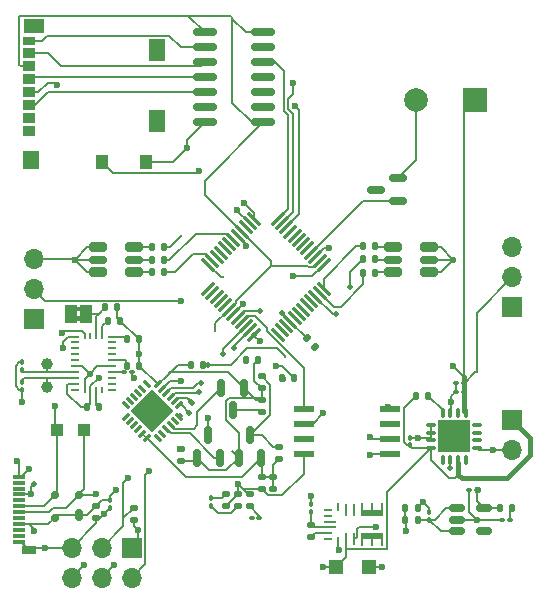
<source format=gbr>
%TF.GenerationSoftware,KiCad,Pcbnew,8.0.5*%
%TF.CreationDate,2024-10-25T00:02:52-07:00*%
%TF.ProjectId,Vanguard_new,56616e67-7561-4726-945f-6e65772e6b69,rev?*%
%TF.SameCoordinates,Original*%
%TF.FileFunction,Copper,L1,Top*%
%TF.FilePolarity,Positive*%
%FSLAX46Y46*%
G04 Gerber Fmt 4.6, Leading zero omitted, Abs format (unit mm)*
G04 Created by KiCad (PCBNEW 8.0.5) date 2024-10-25 00:02:52*
%MOMM*%
%LPD*%
G01*
G04 APERTURE LIST*
G04 Aperture macros list*
%AMRoundRect*
0 Rectangle with rounded corners*
0 $1 Rounding radius*
0 $2 $3 $4 $5 $6 $7 $8 $9 X,Y pos of 4 corners*
0 Add a 4 corners polygon primitive as box body*
4,1,4,$2,$3,$4,$5,$6,$7,$8,$9,$2,$3,0*
0 Add four circle primitives for the rounded corners*
1,1,$1+$1,$2,$3*
1,1,$1+$1,$4,$5*
1,1,$1+$1,$6,$7*
1,1,$1+$1,$8,$9*
0 Add four rect primitives between the rounded corners*
20,1,$1+$1,$2,$3,$4,$5,0*
20,1,$1+$1,$4,$5,$6,$7,0*
20,1,$1+$1,$6,$7,$8,$9,0*
20,1,$1+$1,$8,$9,$2,$3,0*%
%AMRotRect*
0 Rectangle, with rotation*
0 The origin of the aperture is its center*
0 $1 length*
0 $2 width*
0 $3 Rotation angle, in degrees counterclockwise*
0 Add horizontal line*
21,1,$1,$2,0,0,$3*%
G04 Aperture macros list end*
%TA.AperFunction,EtchedComponent*%
%ADD10C,0.000000*%
%TD*%
%TA.AperFunction,ComponentPad*%
%ADD11O,1.700000X1.700000*%
%TD*%
%TA.AperFunction,ComponentPad*%
%ADD12R,1.700000X1.700000*%
%TD*%
%TA.AperFunction,SMDPad,CuDef*%
%ADD13R,1.000000X1.000000*%
%TD*%
%TA.AperFunction,SMDPad,CuDef*%
%ADD14RoundRect,0.135000X-0.135000X-0.185000X0.135000X-0.185000X0.135000X0.185000X-0.135000X0.185000X0*%
%TD*%
%TA.AperFunction,SMDPad,CuDef*%
%ADD15RoundRect,0.100000X0.100000X-0.130000X0.100000X0.130000X-0.100000X0.130000X-0.100000X-0.130000X0*%
%TD*%
%TA.AperFunction,SMDPad,CuDef*%
%ADD16RoundRect,0.135000X0.185000X-0.135000X0.185000X0.135000X-0.185000X0.135000X-0.185000X-0.135000X0*%
%TD*%
%TA.AperFunction,SMDPad,CuDef*%
%ADD17RoundRect,0.100000X-0.130000X-0.100000X0.130000X-0.100000X0.130000X0.100000X-0.130000X0.100000X0*%
%TD*%
%TA.AperFunction,SMDPad,CuDef*%
%ADD18RoundRect,0.150000X0.150000X-0.587500X0.150000X0.587500X-0.150000X0.587500X-0.150000X-0.587500X0*%
%TD*%
%TA.AperFunction,SMDPad,CuDef*%
%ADD19R,1.000000X0.380000*%
%TD*%
%TA.AperFunction,SMDPad,CuDef*%
%ADD20R,1.150000X0.700000*%
%TD*%
%TA.AperFunction,SMDPad,CuDef*%
%ADD21RoundRect,0.135000X-0.185000X0.135000X-0.185000X-0.135000X0.185000X-0.135000X0.185000X0.135000X0*%
%TD*%
%TA.AperFunction,SMDPad,CuDef*%
%ADD22RoundRect,0.147500X-0.147500X-0.172500X0.147500X-0.172500X0.147500X0.172500X-0.147500X0.172500X0*%
%TD*%
%TA.AperFunction,SMDPad,CuDef*%
%ADD23RoundRect,0.075000X0.521491X-0.415425X-0.415425X0.521491X-0.521491X0.415425X0.415425X-0.521491X0*%
%TD*%
%TA.AperFunction,SMDPad,CuDef*%
%ADD24RoundRect,0.075000X0.521491X0.415425X0.415425X0.521491X-0.521491X-0.415425X-0.415425X-0.521491X0*%
%TD*%
%TA.AperFunction,ComponentPad*%
%ADD25C,1.000000*%
%TD*%
%TA.AperFunction,SMDPad,CuDef*%
%ADD26RoundRect,0.100000X0.130000X0.100000X-0.130000X0.100000X-0.130000X-0.100000X0.130000X-0.100000X0*%
%TD*%
%TA.AperFunction,SMDPad,CuDef*%
%ADD27RoundRect,0.135000X0.135000X0.185000X-0.135000X0.185000X-0.135000X-0.185000X0.135000X-0.185000X0*%
%TD*%
%TA.AperFunction,HeatsinkPad*%
%ADD28C,0.500000*%
%TD*%
%TA.AperFunction,HeatsinkPad*%
%ADD29R,2.700000X2.700000*%
%TD*%
%TA.AperFunction,SMDPad,CuDef*%
%ADD30RoundRect,0.087500X-0.325000X0.087500X-0.325000X-0.087500X0.325000X-0.087500X0.325000X0.087500X0*%
%TD*%
%TA.AperFunction,SMDPad,CuDef*%
%ADD31RoundRect,0.087500X-0.087500X0.325000X-0.087500X-0.325000X0.087500X-0.325000X0.087500X0.325000X0*%
%TD*%
%TA.AperFunction,SMDPad,CuDef*%
%ADD32RoundRect,0.072500X0.782500X0.217500X-0.782500X0.217500X-0.782500X-0.217500X0.782500X-0.217500X0*%
%TD*%
%TA.AperFunction,SMDPad,CuDef*%
%ADD33RoundRect,0.100000X-0.100000X0.130000X-0.100000X-0.130000X0.100000X-0.130000X0.100000X0.130000X0*%
%TD*%
%TA.AperFunction,SMDPad,CuDef*%
%ADD34RoundRect,0.150000X-0.512500X-0.150000X0.512500X-0.150000X0.512500X0.150000X-0.512500X0.150000X0*%
%TD*%
%TA.AperFunction,SMDPad,CuDef*%
%ADD35RoundRect,0.160000X0.565000X0.240000X-0.565000X0.240000X-0.565000X-0.240000X0.565000X-0.240000X0*%
%TD*%
%TA.AperFunction,SMDPad,CuDef*%
%ADD36RoundRect,0.120000X0.605000X0.180000X-0.605000X0.180000X-0.605000X-0.180000X0.605000X-0.180000X0*%
%TD*%
%TA.AperFunction,SMDPad,CuDef*%
%ADD37R,1.200000X1.200000*%
%TD*%
%TA.AperFunction,SMDPad,CuDef*%
%ADD38R,1.950000X0.600000*%
%TD*%
%TA.AperFunction,SMDPad,CuDef*%
%ADD39R,0.700000X0.250000*%
%TD*%
%TA.AperFunction,SMDPad,CuDef*%
%ADD40R,1.100000X0.250000*%
%TD*%
%TA.AperFunction,SMDPad,CuDef*%
%ADD41R,0.250000X0.700000*%
%TD*%
%TA.AperFunction,SMDPad,CuDef*%
%ADD42R,0.250000X1.100000*%
%TD*%
%TA.AperFunction,SMDPad,CuDef*%
%ADD43R,0.250000X0.800000*%
%TD*%
%TA.AperFunction,SMDPad,CuDef*%
%ADD44RoundRect,0.135000X0.226274X0.035355X0.035355X0.226274X-0.226274X-0.035355X-0.035355X-0.226274X0*%
%TD*%
%TA.AperFunction,SMDPad,CuDef*%
%ADD45R,1.000000X1.500000*%
%TD*%
%TA.AperFunction,SMDPad,CuDef*%
%ADD46R,1.800000X1.170000*%
%TD*%
%TA.AperFunction,SMDPad,CuDef*%
%ADD47R,1.350000X1.900000*%
%TD*%
%TA.AperFunction,SMDPad,CuDef*%
%ADD48R,1.350000X1.550000*%
%TD*%
%TA.AperFunction,SMDPad,CuDef*%
%ADD49R,1.000000X1.200000*%
%TD*%
%TA.AperFunction,SMDPad,CuDef*%
%ADD50R,1.100000X0.750000*%
%TD*%
%TA.AperFunction,SMDPad,CuDef*%
%ADD51R,1.100000X0.850000*%
%TD*%
%TA.AperFunction,SMDPad,CuDef*%
%ADD52RoundRect,0.160000X-0.565000X-0.240000X0.565000X-0.240000X0.565000X0.240000X-0.565000X0.240000X0*%
%TD*%
%TA.AperFunction,SMDPad,CuDef*%
%ADD53RoundRect,0.120000X-0.605000X-0.180000X0.605000X-0.180000X0.605000X0.180000X-0.605000X0.180000X0*%
%TD*%
%TA.AperFunction,ComponentPad*%
%ADD54C,2.000000*%
%TD*%
%TA.AperFunction,ComponentPad*%
%ADD55R,2.000000X2.000000*%
%TD*%
%TA.AperFunction,SMDPad,CuDef*%
%ADD56RoundRect,0.175000X0.175000X0.325000X-0.175000X0.325000X-0.175000X-0.325000X0.175000X-0.325000X0*%
%TD*%
%TA.AperFunction,SMDPad,CuDef*%
%ADD57RoundRect,0.150000X0.200000X0.150000X-0.200000X0.150000X-0.200000X-0.150000X0.200000X-0.150000X0*%
%TD*%
%TA.AperFunction,SMDPad,CuDef*%
%ADD58RoundRect,0.062500X-0.291682X0.203293X0.203293X-0.291682X0.291682X-0.203293X-0.203293X0.291682X0*%
%TD*%
%TA.AperFunction,SMDPad,CuDef*%
%ADD59RoundRect,0.062500X-0.291682X-0.203293X-0.203293X-0.291682X0.291682X0.203293X0.203293X0.291682X0*%
%TD*%
%TA.AperFunction,HeatsinkPad*%
%ADD60RotRect,2.600000X2.600000X315.000000*%
%TD*%
%TA.AperFunction,SMDPad,CuDef*%
%ADD61R,0.675000X0.250000*%
%TD*%
%TA.AperFunction,SMDPad,CuDef*%
%ADD62R,0.250000X0.575000*%
%TD*%
%TA.AperFunction,SMDPad,CuDef*%
%ADD63RoundRect,0.150000X-0.150000X0.587500X-0.150000X-0.587500X0.150000X-0.587500X0.150000X0.587500X0*%
%TD*%
%TA.AperFunction,SMDPad,CuDef*%
%ADD64RoundRect,0.150000X0.587500X0.150000X-0.587500X0.150000X-0.587500X-0.150000X0.587500X-0.150000X0*%
%TD*%
%TA.AperFunction,SMDPad,CuDef*%
%ADD65RoundRect,0.150000X-0.825000X-0.150000X0.825000X-0.150000X0.825000X0.150000X-0.825000X0.150000X0*%
%TD*%
%TA.AperFunction,ViaPad*%
%ADD66C,0.600000*%
%TD*%
%TA.AperFunction,ViaPad*%
%ADD67C,0.500000*%
%TD*%
%TA.AperFunction,ViaPad*%
%ADD68C,0.300000*%
%TD*%
%TA.AperFunction,Conductor*%
%ADD69C,0.400000*%
%TD*%
%TA.AperFunction,Conductor*%
%ADD70C,0.200000*%
%TD*%
G04 APERTURE END LIST*
D10*
%TA.AperFunction,EtchedComponent*%
%TO.C,ADR1*%
G36*
X342062500Y-7862500D02*
G01*
X341562500Y-7862500D01*
X341562500Y-7462500D01*
X342062500Y-7462500D01*
X342062500Y-7862500D01*
G37*
%TD.AperFunction*%
%TA.AperFunction,EtchedComponent*%
G36*
X342062500Y-8662500D02*
G01*
X341562500Y-8662500D01*
X341562500Y-8262500D01*
X342062500Y-8262500D01*
X342062500Y-8662500D01*
G37*
%TD.AperFunction*%
%TD*%
D11*
%TO.P,J6,2,Pin_2*%
%TO.N,GND*%
X378459520Y-19590063D03*
D12*
%TO.P,J6,1,Pin_1*%
%TO.N,VBUS_out*%
X378459520Y-17050063D03*
%TD*%
D13*
%TO.P,TP2,1,1*%
%TO.N,Net-(D1-I{slash}O2)*%
X340000000Y-17907491D03*
%TD*%
%TO.P,TP1,1,1*%
%TO.N,Net-(D1-I{slash}O1)*%
X342298854Y-17907491D03*
%TD*%
D12*
%TO.P,J2,1,Pin_1*%
%TO.N,RST*%
X346298854Y-27867491D03*
D11*
%TO.P,J2,2,Pin_2*%
%TO.N,Net-(J2-Pin_2)*%
X346298854Y-30407491D03*
%TO.P,J2,3,Pin_3*%
%TO.N,Net-(J2-Pin_3)*%
X343758854Y-27867491D03*
%TO.P,J2,4,Pin_4*%
%TO.N,UPDI*%
X343758854Y-30407491D03*
%TO.P,J2,5,Pin_5*%
%TO.N,GND*%
X341218854Y-27867491D03*
%TO.P,J2,6,Pin_6*%
%TO.N,Net-(J2-Pin_6)*%
X341218854Y-30407491D03*
%TD*%
D14*
%TO.P,R16,2*%
%TO.N,GND*%
X370500000Y-24500000D03*
%TO.P,R16,1*%
%TO.N,Net-(U5-FB)*%
X369480002Y-24500000D03*
%TD*%
D15*
%TO.P,C4,2*%
%TO.N,GND*%
X361500000Y-24180000D03*
%TO.P,C4,1*%
%TO.N,Net-(U5-VIN)*%
X361500000Y-24820000D03*
%TD*%
D16*
%TO.P,R7,1*%
%TO.N,RST*%
X357298854Y-14377490D03*
%TO.P,R7,2*%
%TO.N,UPDI*%
X357298854Y-13357492D03*
%TD*%
%TO.P,R11,1*%
%TO.N,RST*%
X350500000Y-20509999D03*
%TO.P,R11,2*%
%TO.N,Net-(J2-Pin_6)*%
X350500000Y-19490001D03*
%TD*%
D17*
%TO.P,D5,2,A*%
%TO.N,Net-(D5-A)*%
X378320000Y-25500000D03*
%TO.P,D5,1,K*%
%TO.N,GND*%
X377680000Y-25500000D03*
%TD*%
D18*
%TO.P,Q1,1,G*%
%TO.N,RST*%
X355348854Y-20242491D03*
%TO.P,Q1,2,S*%
%TO.N,/RX_UPDI*%
X357248854Y-20242491D03*
%TO.P,Q1,3,D*%
%TO.N,UPDI*%
X356298854Y-18367491D03*
%TD*%
D14*
%TO.P,R13,1*%
%TO.N,RST*%
X351298854Y-12367491D03*
%TO.P,R13,2*%
%TO.N,TX0*%
X352318852Y-12367491D03*
%TD*%
D17*
%TO.P,D2,2,A*%
%TO.N,Net-(D2-A)*%
X357118854Y-25367491D03*
%TO.P,D2,1,K*%
%TO.N,Net-(D2-K)*%
X356478854Y-25367491D03*
%TD*%
D19*
%TO.P,J1,A1,GND*%
%TO.N,GND*%
X336798854Y-27367491D03*
%TO.P,J1,A2*%
%TO.N,N/C*%
X336798854Y-26867491D03*
%TO.P,J1,A3*%
X336798854Y-26367491D03*
%TO.P,J1,A4,VBUS*%
%TO.N,VBUS_out*%
X336798854Y-25867491D03*
%TO.P,J1,A5,CC*%
%TO.N,unconnected-(J1-CC-PadA5)*%
X336798854Y-25367491D03*
%TO.P,J1,A6,D+*%
%TO.N,Net-(D1-I{slash}O1)*%
X336798854Y-24867491D03*
%TO.P,J1,A7,D-*%
%TO.N,Net-(D1-I{slash}O2)*%
X336798854Y-24367491D03*
%TO.P,J1,A8*%
%TO.N,N/C*%
X336798854Y-23867491D03*
%TO.P,J1,A9,VBUS*%
%TO.N,VBUS_out*%
X336798854Y-23367491D03*
%TO.P,J1,A10*%
%TO.N,N/C*%
X336798854Y-22867491D03*
%TO.P,J1,A11*%
X336798854Y-22367491D03*
%TO.P,J1,A12,GND*%
%TO.N,GND*%
X336798854Y-21867491D03*
D20*
%TO.P,J1,S1,SHIELD*%
X337638854Y-28037491D03*
%TD*%
D17*
%TO.P,C7,1*%
%TO.N,Net-(U6-CAP)*%
X345662500Y-13040000D03*
%TO.P,C7,2*%
%TO.N,GND*%
X346302500Y-13040000D03*
%TD*%
D21*
%TO.P,R5,2*%
%TO.N,/RX_UPDI*%
X358298854Y-22877490D03*
%TO.P,R5,1*%
X358298854Y-21857492D03*
%TD*%
%TO.P,R1,2*%
%TO.N,GND*%
X343298854Y-25377491D03*
%TO.P,R1,1*%
%TO.N,VBUS_out*%
X343298854Y-24357491D03*
%TD*%
D14*
%TO.P,R21,1*%
%TO.N,RST*%
X358990000Y-13500000D03*
%TO.P,R21,2*%
%TO.N,SDA*%
X360010000Y-13500000D03*
%TD*%
%TO.P,R24,1*%
%TO.N,RST*%
X342500000Y-16000000D03*
%TO.P,R24,2*%
%TO.N,Net-(U6-~{BOOT})*%
X343519998Y-16000000D03*
%TD*%
D22*
%TO.P,L1,2,2*%
%TO.N,Net-(L1-Pad2)*%
X371382399Y-15005582D03*
%TO.P,L1,1,1*%
%TO.N,VBUS_out*%
X370412399Y-15005582D03*
%TD*%
D23*
%TO.P,U2,1,PA5*%
%TO.N,unconnected-(U2-PA5-Pad1)*%
X358671573Y-9828427D03*
%TO.P,U2,2,PA6*%
%TO.N,unconnected-(U2-PA6-Pad2)*%
X359025127Y-9474873D03*
%TO.P,U2,3,PA7*%
%TO.N,unconnected-(U2-PA7-Pad3)*%
X359378680Y-9121320D03*
%TO.P,U2,4,PB0*%
%TO.N,SCL*%
X359732234Y-8767766D03*
%TO.P,U2,5,PB1*%
%TO.N,unconnected-(U2-PB1-Pad5)*%
X360085787Y-8414213D03*
%TO.P,U2,6,PB2*%
%TO.N,unconnected-(U2-PB2-Pad6)*%
X360439340Y-8060660D03*
%TO.P,U2,7,PB3*%
%TO.N,unconnected-(U2-PB3-Pad7)*%
X360792894Y-7707106D03*
%TO.P,U2,8,PB4*%
%TO.N,TX0*%
X361146447Y-7353553D03*
%TO.P,U2,9,PB5*%
%TO.N,RX0*%
X361500000Y-7000000D03*
%TO.P,U2,10,PC0*%
%TO.N,STAR_RED*%
X361853554Y-6646446D03*
%TO.P,U2,11,PC1*%
%TO.N,STAR_GREEN*%
X362207107Y-6292893D03*
%TO.P,U2,12,PC2*%
%TO.N,STAR_BLUE*%
X362560661Y-5939339D03*
D24*
%TO.P,U2,13,PC3*%
%TO.N,PORT_SERVO*%
X362560661Y-3941763D03*
%TO.P,U2,14,VCC*%
%TO.N,RST*%
X362207107Y-3588209D03*
%TO.P,U2,15,GND*%
%TO.N,GND*%
X361853554Y-3234656D03*
%TO.P,U2,16,PC4*%
%TO.N,BUZZER*%
X361500000Y-2881102D03*
%TO.P,U2,17,PC5*%
%TO.N,unconnected-(U2-PC5-Pad17)*%
X361146447Y-2527549D03*
%TO.P,U2,18,PC6*%
%TO.N,unconnected-(U2-PC6-Pad18)*%
X360792894Y-2173996D03*
%TO.P,U2,19,PC7*%
%TO.N,unconnected-(U2-PC7-Pad19)*%
X360439340Y-1820442D03*
%TO.P,U2,20,PD0*%
%TO.N,unconnected-(U2-PD0-Pad20)*%
X360085787Y-1466889D03*
%TO.P,U2,21,PD1*%
%TO.N,unconnected-(U2-PD1-Pad21)*%
X359732234Y-1113336D03*
%TO.P,U2,22,PD2*%
%TO.N,D5*%
X359378680Y-759782D03*
%TO.P,U2,23,PD3*%
%TO.N,D4*%
X359025127Y-406229D03*
%TO.P,U2,24,PD4*%
%TO.N,D6*%
X358671573Y-52675D03*
D23*
%TO.P,U2,25,PD5*%
%TO.N,D7*%
X356673997Y-52675D03*
%TO.P,U2,26,PD6*%
%TO.N,CD*%
X356320443Y-406229D03*
%TO.P,U2,27,PD7*%
%TO.N,unconnected-(U2-PD7-Pad27)*%
X355966890Y-759782D03*
%TO.P,U2,28,AVCC*%
%TO.N,RST*%
X355613336Y-1113336D03*
%TO.P,U2,29,GND*%
%TO.N,GND*%
X355259783Y-1466889D03*
%TO.P,U2,30,PE0*%
%TO.N,PORT_RED*%
X354906230Y-1820442D03*
%TO.P,U2,31,PE1*%
%TO.N,unconnected-(U2-PE1-Pad31)*%
X354552676Y-2173996D03*
%TO.P,U2,32,PE2*%
%TO.N,unconnected-(U2-PE2-Pad32)*%
X354199123Y-2527549D03*
%TO.P,U2,33,PE3*%
%TO.N,unconnected-(U2-PE3-Pad33)*%
X353845570Y-2881102D03*
%TO.P,U2,34,PF0*%
%TO.N,PORT_GREEN*%
X353492016Y-3234656D03*
%TO.P,U2,35,PF1*%
%TO.N,PORT_BLUE*%
X353138463Y-3588209D03*
%TO.P,U2,36,PF2*%
%TO.N,STAR_SERVO*%
X352784909Y-3941763D03*
D24*
%TO.P,U2,37,PF3*%
%TO.N,unconnected-(U2-PF3-Pad37)*%
X352784909Y-5939339D03*
%TO.P,U2,38,PF4*%
%TO.N,unconnected-(U2-PF4-Pad38)*%
X353138463Y-6292893D03*
%TO.P,U2,39,PF5*%
%TO.N,unconnected-(U2-PF5-Pad39)*%
X353492016Y-6646446D03*
%TO.P,U2,40,PF6/~{RESET}*%
%TO.N,unconnected-(U2-PF6{slash}~{RESET}-Pad40)*%
X353845570Y-7000000D03*
%TO.P,U2,41,UPDI*%
%TO.N,UPDI*%
X354199123Y-7353553D03*
%TO.P,U2,42,VCC*%
%TO.N,RST*%
X354552676Y-7707106D03*
%TO.P,U2,43,GND*%
%TO.N,GND*%
X354906230Y-8060660D03*
%TO.P,U2,44,PA0*%
%TO.N,PA0{slash}MISO*%
X355259783Y-8414213D03*
%TO.P,U2,45,PA1*%
%TO.N,PA1{slash}MOSI*%
X355613336Y-8767766D03*
%TO.P,U2,46,PA2*%
%TO.N,PA2{slash}SCK*%
X355966890Y-9121320D03*
%TO.P,U2,47,PA3*%
%TO.N,PA3{slash}SS*%
X356320443Y-9474873D03*
%TO.P,U2,48,PA4*%
%TO.N,SDA*%
X356673997Y-9828427D03*
%TD*%
D25*
%TO.P,Y1,1,1*%
%TO.N,Net-(U6-XOUT32{slash}CLKSEL1)*%
X339162500Y-12340000D03*
%TO.P,Y1,2,2*%
%TO.N,Net-(U6-XIN32)*%
X339162500Y-14240000D03*
%TD*%
D26*
%TO.P,C10,2*%
%TO.N,GND*%
X373759380Y-13944923D03*
%TO.P,C10,1*%
%TO.N,+5V*%
X374399380Y-13944923D03*
%TD*%
D14*
%TO.P,R18,1*%
%TO.N,Net-(U6-~{RST})*%
X345930000Y-12457500D03*
%TO.P,R18,2*%
%TO.N,RST*%
X346950000Y-12457500D03*
%TD*%
D27*
%TO.P,R23,1*%
%TO.N,RST*%
X345092500Y-7490000D03*
%TO.P,R23,2*%
%TO.N,Net-(ADR1-B)*%
X344072500Y-7490000D03*
%TD*%
D14*
%TO.P,R26,2*%
%TO.N,Net-(STARBOARD_RGB1-RA)*%
X366934999Y-3430000D03*
%TO.P,R26,1*%
%TO.N,STAR_RED*%
X365915001Y-3430000D03*
%TD*%
D16*
%TO.P,R10,1*%
%TO.N,RST*%
X354250000Y-24379999D03*
%TO.P,R10,2*%
%TO.N,Net-(D3-K)*%
X354250000Y-23360001D03*
%TD*%
D11*
%TO.P,J4,3,Pin_3*%
%TO.N,GND*%
X378500000Y-2445001D03*
%TO.P,J4,2,Pin_2*%
%TO.N,+5V*%
X378500000Y-4985000D03*
D12*
%TO.P,J4,1,Pin_1*%
%TO.N,STAR_SERVO*%
X378500000Y-7525000D03*
%TD*%
D11*
%TO.P,J5,3,Pin_3*%
%TO.N,GND*%
X338000000Y-3460001D03*
%TO.P,J5,2,Pin_2*%
%TO.N,+5V*%
X338000000Y-6000000D03*
D12*
%TO.P,J5,1,Pin_1*%
%TO.N,PORT_SERVO*%
X338000000Y-8540000D03*
%TD*%
D14*
%TO.P,R29,2*%
%TO.N,PORT_RED*%
X349000000Y-3500000D03*
%TO.P,R29,1*%
%TO.N,Net-(PORTSIDE_RGB1-RA)*%
X347980002Y-3500000D03*
%TD*%
D28*
%TO.P,U8,17,PAD*%
%TO.N,unconnected-(U8-PAD-Pad17)*%
X372494733Y-19550000D03*
X374694733Y-19550000D03*
X373594733Y-19549999D03*
X372494734Y-18450000D03*
D29*
X373594733Y-18450000D03*
D28*
X373594733Y-18450000D03*
X374694732Y-18450000D03*
X373594733Y-17350001D03*
X372494733Y-17350000D03*
X374694733Y-17350000D03*
D30*
%TO.P,U8,16,VOUT*%
%TO.N,unconnected-(U8-VOUT-Pad16)*%
X375557233Y-17475000D03*
%TO.P,U8,15,VOUT*%
%TO.N,unconnected-(U8-VOUT-Pad15)*%
X375557233Y-18125000D03*
%TO.P,U8,14,FB*%
%TO.N,unconnected-(U8-FB-Pad14)*%
X375557233Y-18775000D03*
%TO.P,U8,13,GND*%
%TO.N,GND*%
X375557233Y-19425000D03*
D31*
%TO.P,U8,12,LBO*%
%TO.N,unconnected-(U8-LBO-Pad12)*%
X374569733Y-20412500D03*
%TO.P,U8,11,EN*%
%TO.N,VBUS_out*%
X373919733Y-20412500D03*
%TO.P,U8,10,SYNC*%
%TO.N,GND*%
X373269733Y-20412500D03*
%TO.P,U8,9,LBI*%
%TO.N,unconnected-(U8-LBI-Pad9)*%
X372619733Y-20412500D03*
D30*
%TO.P,U8,8,VBAT*%
%TO.N,VBUS_out*%
X371632233Y-19425000D03*
%TO.P,U8,7,PGND*%
%TO.N,GND*%
X371632233Y-18775000D03*
%TO.P,U8,6,PGND*%
X371632233Y-18125000D03*
%TO.P,U8,5,PGND*%
X371632233Y-17475000D03*
D31*
%TO.P,U8,4,SW*%
%TO.N,Net-(L1-Pad2)*%
X372619733Y-16487500D03*
%TO.P,U8,3,SW*%
%TO.N,GND*%
X373269733Y-16487500D03*
%TO.P,U8,2,NC*%
%TO.N,unconnected-(U8-NC-Pad2)*%
X373919733Y-16487500D03*
%TO.P,U8,1,VOUT*%
%TO.N,+5V*%
X374569733Y-16487500D03*
%TD*%
D15*
%TO.P,C2,1*%
%TO.N,Net-(U6-XOUT32{slash}CLKSEL1)*%
X337000000Y-12820000D03*
%TO.P,C2,2*%
%TO.N,GND*%
X337000000Y-12180000D03*
%TD*%
D27*
%TO.P,R9,1*%
%TO.N,RST*%
X357009999Y-12000000D03*
%TO.P,R9,2*%
%TO.N,Net-(D2-K)*%
X355990001Y-12000000D03*
%TD*%
D32*
%TO.P,U3,8,VCC*%
%TO.N,RST*%
X360870000Y-19905000D03*
%TO.P,U3,7,~{HOLD}*%
%TO.N,unconnected-(U3-~{HOLD}-Pad7)*%
X360870000Y-18635000D03*
%TO.P,U3,6,SCK*%
%TO.N,PA2{slash}SCK*%
X360870000Y-17365000D03*
%TO.P,U3,5,SI(SIO)*%
%TO.N,PA1{slash}MOSI*%
X360870000Y-16095000D03*
%TO.P,U3,4,GND*%
%TO.N,GND*%
X368130000Y-16095000D03*
%TO.P,U3,3,~{WP}*%
%TO.N,unconnected-(U3-~{WP}-Pad3)*%
X368130000Y-17365000D03*
%TO.P,U3,2,SO(SOI)*%
%TO.N,PA0{slash}MISO*%
X368130000Y-18635000D03*
%TO.P,U3,1,~{CS}*%
%TO.N,PA3{slash}SS*%
X368130000Y-19905000D03*
%TD*%
D14*
%TO.P,R17,2*%
%TO.N,Net-(D5-A)*%
X378509999Y-24500000D03*
%TO.P,R17,1*%
%TO.N,RST*%
X377490001Y-24500000D03*
%TD*%
D16*
%TO.P,R6,2*%
%TO.N,/RX_UPDI*%
X357298854Y-21857492D03*
%TO.P,R6,1*%
%TO.N,RST*%
X357298854Y-22877490D03*
%TD*%
D15*
%TO.P,C8,2*%
%TO.N,GND*%
X369836739Y-18574670D03*
%TO.P,C8,1*%
%TO.N,VBUS_out*%
X369836739Y-19214670D03*
%TD*%
D33*
%TO.P,D3,1,K*%
%TO.N,Net-(D3-K)*%
X353000000Y-23680000D03*
%TO.P,D3,2,A*%
%TO.N,Net-(D3-A)*%
X353000000Y-24320000D03*
%TD*%
D34*
%TO.P,U4,5,VOUT*%
%TO.N,RST*%
X376137500Y-24550001D03*
%TO.P,U4,4,NC*%
%TO.N,unconnected-(U4-NC-Pad4)*%
X376137500Y-26449999D03*
%TO.P,U4,3,EN*%
%TO.N,Net-(U4-EN)*%
X373862500Y-26449999D03*
%TO.P,U4,2,GND*%
%TO.N,GND*%
X373862500Y-25500000D03*
%TO.P,U4,1,VIN*%
%TO.N,Net-(U4-EN)*%
X373862500Y-24550001D03*
%TD*%
D33*
%TO.P,C3,1*%
%TO.N,Net-(U6-XIN32)*%
X337000000Y-13860000D03*
%TO.P,C3,2*%
%TO.N,GND*%
X337000000Y-14500000D03*
%TD*%
D21*
%TO.P,R12,1*%
%TO.N,RST*%
X357298854Y-15357491D03*
%TO.P,R12,2*%
%TO.N,RX0*%
X357298854Y-16377491D03*
%TD*%
D35*
%TO.P,PORTSIDE_RGB1,6,BK*%
%TO.N,GND*%
X343475000Y-4550000D03*
D36*
%TO.P,PORTSIDE_RGB1,5,RK*%
X343475000Y-3500000D03*
D35*
%TO.P,PORTSIDE_RGB1,4,GK*%
X343475000Y-2450000D03*
%TO.P,PORTSIDE_RGB1,3,GA*%
%TO.N,Net-(PORTSIDE_RGB1-GA)*%
X346525000Y-2450000D03*
D36*
%TO.P,PORTSIDE_RGB1,2,RA*%
%TO.N,Net-(PORTSIDE_RGB1-RA)*%
X346525000Y-3500000D03*
D35*
%TO.P,PORTSIDE_RGB1,1,BA*%
%TO.N,Net-(PORTSIDE_RGB1-BA)*%
X346525000Y-4550000D03*
%TD*%
D14*
%TO.P,R25,2*%
%TO.N,Net-(STARBOARD_RGB1-BA)*%
X366934999Y-2320000D03*
%TO.P,R25,1*%
%TO.N,STAR_BLUE*%
X365915001Y-2320000D03*
%TD*%
D37*
%TO.P,D6,2,A*%
%TO.N,VBUS_out*%
X363600001Y-29500000D03*
%TO.P,D6,1,K*%
%TO.N,GND*%
X366399999Y-29500000D03*
%TD*%
D14*
%TO.P,R19,1*%
%TO.N,Net-(U6-ENV_SCL)*%
X345910000Y-10227500D03*
%TO.P,R19,2*%
%TO.N,RST*%
X346930000Y-10227500D03*
%TD*%
D38*
%TO.P,U5,20*%
%TO.N,N/C*%
X366610000Y-24910000D03*
%TO.P,U5,19*%
X366610000Y-26910000D03*
D39*
%TO.P,U5,18*%
X362910000Y-27160000D03*
%TO.P,U5,17,EN*%
%TO.N,Net-(U5-EN)*%
X362909999Y-26660000D03*
D40*
%TO.P,U5,16,VIN*%
%TO.N,Net-(U5-VIN)*%
X363110000Y-26160000D03*
%TO.P,U5,15*%
%TO.N,N/C*%
X363110000Y-25660000D03*
D39*
%TO.P,U5,14*%
X362909999Y-25160000D03*
%TO.P,U5,13*%
X362910000Y-24660000D03*
D41*
%TO.P,U5,12*%
X363810000Y-24460000D03*
D42*
%TO.P,U5,11,BST*%
%TO.N,unconnected-(U5-BST-Pad11)*%
X364459999Y-24660000D03*
%TO.P,U5,10*%
%TO.N,N/C*%
X365110000Y-24660000D03*
D41*
%TO.P,U5,9*%
X365760000Y-24460000D03*
%TO.P,U5,8*%
X366610000Y-24460000D03*
%TO.P,U5,7*%
X367460000Y-24460000D03*
%TO.P,U5,6*%
X367460000Y-27360000D03*
%TO.P,U5,5*%
X366610000Y-27360000D03*
%TO.P,U5,4*%
X365760000Y-27360000D03*
D42*
%TO.P,U5,3,AGND*%
%TO.N,GND*%
X365110000Y-27160000D03*
%TO.P,U5,2,VCC*%
%TO.N,VBUS_out*%
X364459999Y-27160000D03*
D43*
%TO.P,U5,1,FB*%
%TO.N,Net-(U5-FB)*%
X363810000Y-27310000D03*
%TD*%
D44*
%TO.P,R22,2*%
%TO.N,SCL*%
X361139376Y-10139376D03*
%TO.P,R22,1*%
%TO.N,RST*%
X361860624Y-10860624D03*
%TD*%
D14*
%TO.P,R27,2*%
%TO.N,Net-(STARBOARD_RGB1-GA)*%
X366934999Y-4580000D03*
%TO.P,R27,1*%
%TO.N,STAR_GREEN*%
X365915001Y-4580000D03*
%TD*%
%TO.P,R28,2*%
%TO.N,PORT_BLUE*%
X349000000Y-4520000D03*
%TO.P,R28,1*%
%TO.N,Net-(PORTSIDE_RGB1-BA)*%
X347980002Y-4520000D03*
%TD*%
D21*
%TO.P,R14,2*%
%TO.N,Net-(U5-EN)*%
X361500000Y-27010000D03*
%TO.P,R14,1*%
%TO.N,Net-(U5-VIN)*%
X361500000Y-25990000D03*
%TD*%
D14*
%TO.P,R30,2*%
%TO.N,PORT_GREEN*%
X349010000Y-2450001D03*
%TO.P,R30,1*%
%TO.N,Net-(PORTSIDE_RGB1-GA)*%
X347990002Y-2450001D03*
%TD*%
D33*
%TO.P,C1,2*%
%TO.N,GND*%
X344500000Y-24475000D03*
%TO.P,C1,1*%
%TO.N,VBUS_out*%
X344500000Y-23835000D03*
%TD*%
D14*
%TO.P,R20,1*%
%TO.N,Net-(U6-ENV_SDA)*%
X344312500Y-8640000D03*
%TO.P,R20,2*%
%TO.N,RST*%
X345332500Y-8640000D03*
%TD*%
D45*
%TO.P,ADR1,1,A*%
%TO.N,GND*%
X341162500Y-8062500D03*
%TO.P,ADR1,2,B*%
%TO.N,Net-(ADR1-B)*%
X342462500Y-8062500D03*
%TD*%
D26*
%TO.P,C9,2*%
%TO.N,GND*%
X373759380Y-14652029D03*
%TO.P,C9,1*%
%TO.N,+5V*%
X374399380Y-14652029D03*
%TD*%
D46*
%TO.P,J3,11*%
%TO.N,N/C*%
X337987500Y16255000D03*
D47*
X348462500Y14230000D03*
X348462500Y8260000D03*
D48*
X337762500Y4935000D03*
D49*
%TO.P,J3,10,SHIELD*%
%TO.N,GND*%
X347487500Y4760000D03*
%TO.P,J3,9,DET*%
%TO.N,CD*%
X343787500Y4760000D03*
D50*
%TO.P,J3,8,DAT1*%
%TO.N,Net-(J3-DAT1)*%
X337637500Y15045000D03*
D51*
%TO.P,J3,7,DAT0*%
%TO.N,Net-(J3-DAT0)*%
X337637500Y13995000D03*
%TO.P,J3,6,VSS*%
%TO.N,RST*%
X337637500Y12895000D03*
%TO.P,J3,5,CLK*%
%TO.N,Net-(J3-CLK)*%
X337637500Y11795000D03*
%TO.P,J3,4,VDD*%
%TO.N,GND*%
X337637500Y10695000D03*
%TO.P,J3,3,CMD*%
%TO.N,Net-(J3-CMD)*%
X337637500Y9594999D03*
%TO.P,J3,2,DAT3/CD*%
%TO.N,unconnected-(J3-DAT3{slash}CD-Pad2)*%
X337637500Y8495000D03*
%TO.P,J3,1,DAT2*%
%TO.N,unconnected-(J3-DAT2-Pad1)*%
X337637500Y7394999D03*
%TD*%
D52*
%TO.P,STARBOARD_RGB1,6,BK*%
%TO.N,GND*%
X371500000Y-2450000D03*
D53*
%TO.P,STARBOARD_RGB1,5,RK*%
X371500000Y-3500000D03*
D52*
%TO.P,STARBOARD_RGB1,4,GK*%
X371500000Y-4550000D03*
%TO.P,STARBOARD_RGB1,3,GA*%
%TO.N,Net-(STARBOARD_RGB1-GA)*%
X368450000Y-4550000D03*
D53*
%TO.P,STARBOARD_RGB1,2,RA*%
%TO.N,Net-(STARBOARD_RGB1-RA)*%
X368450000Y-3500000D03*
D52*
%TO.P,STARBOARD_RGB1,1,BA*%
%TO.N,Net-(STARBOARD_RGB1-BA)*%
X368450000Y-2450000D03*
%TD*%
D54*
%TO.P,BZ1,2,-*%
%TO.N,Net-(BZ1--)*%
X370370785Y10000000D03*
D55*
%TO.P,BZ1,1,+*%
%TO.N,+5V*%
X375370785Y10000000D03*
%TD*%
D16*
%TO.P,R2,2*%
%TO.N,Net-(J2-Pin_3)*%
X346500000Y-24490001D03*
%TO.P,R2,1*%
%TO.N,RST*%
X346500000Y-25509999D03*
%TD*%
D56*
%TO.P,D1,1,GND*%
%TO.N,VBUS_out*%
X341798854Y-25117491D03*
D57*
%TO.P,D1,2,I/O1*%
%TO.N,Net-(D1-I{slash}O1)*%
X341798854Y-23417491D03*
%TO.P,D1,3,I/O2*%
%TO.N,Net-(D1-I{slash}O2)*%
X339798854Y-23417491D03*
%TO.P,D1,4,VCC*%
%TO.N,VBUS_out*%
X339798854Y-25317491D03*
%TD*%
D58*
%TO.P,U1,1,PA02*%
%TO.N,unconnected-(U1-PA02-Pad1)*%
X347562718Y-14051088D03*
%TO.P,U1,2,PA03*%
%TO.N,unconnected-(U1-PA03-Pad2)*%
X347209165Y-14404642D03*
%TO.P,U1,3,PA04*%
%TO.N,unconnected-(U1-PA04-Pad3)*%
X346855611Y-14758195D03*
%TO.P,U1,4,PA05*%
%TO.N,unconnected-(U1-PA05-Pad4)*%
X346502058Y-15111748D03*
%TO.P,U1,5,PA06*%
%TO.N,unconnected-(U1-PA06-Pad5)*%
X346148505Y-15465302D03*
%TO.P,U1,6,PA07*%
%TO.N,unconnected-(U1-PA07-Pad6)*%
X345794951Y-15818855D03*
D59*
%TO.P,U1,7,PA08/XIN*%
%TO.N,unconnected-(U1-PA08{slash}XIN-Pad7)*%
X345794951Y-16791127D03*
%TO.P,U1,8,PA09/XOUT*%
%TO.N,unconnected-(U1-PA09{slash}XOUT-Pad8)*%
X346148505Y-17144680D03*
%TO.P,U1,9,PA10*%
%TO.N,unconnected-(U1-PA10-Pad9)*%
X346502058Y-17498234D03*
%TO.P,U1,10,PA11*%
%TO.N,unconnected-(U1-PA11-Pad10)*%
X346855611Y-17851787D03*
%TO.P,U1,11,PA14*%
%TO.N,/RX_UPDI*%
X347209165Y-18205340D03*
%TO.P,U1,12,PA15*%
X347562718Y-18558894D03*
D58*
%TO.P,U1,13,PA16*%
%TO.N,unconnected-(U1-PA16-Pad13)*%
X348534990Y-18558894D03*
%TO.P,U1,14,PA17*%
%TO.N,unconnected-(U1-PA17-Pad14)*%
X348888543Y-18205340D03*
%TO.P,U1,15,PA22*%
%TO.N,Net-(D3-K)*%
X349242097Y-17851787D03*
%TO.P,U1,16,PA23*%
%TO.N,Net-(D2-K)*%
X349595650Y-17498234D03*
%TO.P,U1,17,PA27*%
%TO.N,unconnected-(U1-PA27-Pad17)*%
X349949203Y-17144680D03*
%TO.P,U1,18,PA28/~{RST}*%
%TO.N,Net-(J2-Pin_6)*%
X350302757Y-16791127D03*
D59*
%TO.P,U1,19,PA30/SWCLK*%
%TO.N,Net-(J2-Pin_3)*%
X350302757Y-15818855D03*
%TO.P,U1,20,PA31/SWDIO*%
%TO.N,Net-(J2-Pin_2)*%
X349949203Y-15465302D03*
%TO.P,U1,21,PA24*%
%TO.N,Net-(D1-I{slash}O2)*%
X349595650Y-15111748D03*
%TO.P,U1,22,PA25*%
%TO.N,Net-(D1-I{slash}O1)*%
X349242097Y-14758195D03*
%TO.P,U1,23,GND*%
%TO.N,GND*%
X348888543Y-14404642D03*
%TO.P,U1,24,VDD*%
%TO.N,RST*%
X348534990Y-14051088D03*
D60*
%TO.P,U1,25*%
%TO.N,N/C*%
X348048854Y-16304991D03*
%TD*%
D61*
%TO.P,U6,1,RESV_NC*%
%TO.N,unconnected-(U6-RESV_NC-Pad1)*%
X341500000Y-14500000D03*
D62*
%TO.P,U6,2,GND*%
%TO.N,GND*%
X342312499Y-14562500D03*
%TO.P,U6,3,VDD*%
%TO.N,RST*%
X342812500Y-14562500D03*
%TO.P,U6,4,~{BOOT}*%
%TO.N,Net-(U6-~{BOOT})*%
X343312500Y-14562500D03*
%TO.P,U6,5,PS1*%
%TO.N,PS1*%
X343812501Y-14562500D03*
D61*
%TO.P,U6,6,PS0/WAKE*%
%TO.N,PS0{slash}WAKE*%
X344625000Y-14500000D03*
%TO.P,U6,7,RESV_NC*%
%TO.N,unconnected-(U6-RESV_NC-Pad7)*%
X344625000Y-14000000D03*
%TO.P,U6,8,RESV_NC*%
%TO.N,unconnected-(U6-RESV_NC-Pad8)*%
X344625000Y-13500000D03*
%TO.P,U6,9,CAP*%
%TO.N,Net-(U6-CAP)*%
X344625000Y-13000000D03*
%TO.P,U6,10,CLKSEL0*%
%TO.N,GND*%
X344625000Y-12500000D03*
%TO.P,U6,11,~{RST}*%
%TO.N,Net-(U6-~{RST})*%
X344625000Y-12000000D03*
%TO.P,U6,12,RESV_NC*%
%TO.N,unconnected-(U6-RESV_NC-Pad12)*%
X344625000Y-11500000D03*
%TO.P,U6,13,RESV_NC*%
%TO.N,unconnected-(U6-RESV_NC-Pad13)*%
X344625000Y-11000000D03*
%TO.P,U6,14,~{H_INT}*%
%TO.N,INT*%
X344625000Y-10500000D03*
%TO.P,U6,15,ENV_SCL*%
%TO.N,Net-(U6-ENV_SCL)*%
X344625000Y-10000000D03*
D62*
%TO.P,U6,16,ENV_SDA*%
%TO.N,Net-(U6-ENV_SDA)*%
X343812501Y-9937500D03*
%TO.P,U6,17,SA0/H_MOSI*%
%TO.N,Net-(ADR1-B)*%
X343312500Y-9937500D03*
%TO.P,U6,18,~{H_CS}*%
%TO.N,unconnected-(U6-~{H_CS}-Pad18)*%
X342812500Y-9937500D03*
%TO.P,U6,19,H_SCL/SCK/RX*%
%TO.N,SCL*%
X342312499Y-9937500D03*
D61*
%TO.P,U6,20,H_SDA/H_MISO/TX*%
%TO.N,SDA*%
X341500000Y-10000000D03*
%TO.P,U6,21,RESV_NC*%
%TO.N,unconnected-(U6-RESV_NC-Pad21)*%
X341500000Y-10500000D03*
%TO.P,U6,22,RESV_NC*%
%TO.N,unconnected-(U6-RESV_NC-Pad22)*%
X341500000Y-11000000D03*
%TO.P,U6,23,RESV_NC*%
%TO.N,unconnected-(U6-RESV_NC-Pad23)*%
X341500000Y-11500000D03*
%TO.P,U6,24,RESV_NC*%
%TO.N,unconnected-(U6-RESV_NC-Pad24)*%
X341500000Y-12000000D03*
%TO.P,U6,25,GNDIO*%
%TO.N,GND*%
X341500000Y-12500000D03*
%TO.P,U6,26,XOUT32/CLKSEL1*%
%TO.N,Net-(U6-XOUT32{slash}CLKSEL1)*%
X341500000Y-13000000D03*
%TO.P,U6,27,XIN32*%
%TO.N,Net-(U6-XIN32)*%
X341500000Y-13500000D03*
%TO.P,U6,28,VDDIO*%
%TO.N,RST*%
X341500000Y-14000000D03*
%TD*%
D21*
%TO.P,R4,2*%
%TO.N,Net-(D2-A)*%
X356298854Y-24377491D03*
%TO.P,R4,1*%
%TO.N,RST*%
X356298854Y-23357491D03*
%TD*%
D27*
%TO.P,R15,2*%
%TO.N,Net-(U5-FB)*%
X369480002Y-25500000D03*
%TO.P,R15,1*%
%TO.N,Net-(U4-EN)*%
X370500000Y-25500000D03*
%TD*%
D63*
%TO.P,Q3,1,G*%
%TO.N,RST*%
X355798854Y-14367491D03*
%TO.P,Q3,2,S*%
%TO.N,Net-(D2-K)*%
X353898854Y-14367491D03*
%TO.P,Q3,3,D*%
%TO.N,RX0*%
X354848854Y-16242492D03*
%TD*%
D64*
%TO.P,Q4,1,G*%
%TO.N,BUZZER*%
X368850785Y1500000D03*
%TO.P,Q4,2,S*%
%TO.N,Net-(BZ1--)*%
X368850785Y3400000D03*
%TO.P,Q4,3,D*%
%TO.N,GND*%
X366975785Y2450000D03*
%TD*%
D16*
%TO.P,R8,2*%
%TO.N,UPDI*%
X358798854Y-19367491D03*
%TO.P,R8,1*%
%TO.N,/RX_UPDI*%
X358798854Y-20387489D03*
%TD*%
D15*
%TO.P,C5,2*%
%TO.N,GND*%
X371500000Y-24860000D03*
%TO.P,C5,1*%
%TO.N,Net-(U4-EN)*%
X371500000Y-25500000D03*
%TD*%
D18*
%TO.P,Q2,1,G*%
%TO.N,RST*%
X351848854Y-20242492D03*
%TO.P,Q2,2,S*%
%TO.N,Net-(D3-K)*%
X353748854Y-20242492D03*
%TO.P,Q2,3,D*%
%TO.N,TX0*%
X352798854Y-18367491D03*
%TD*%
D21*
%TO.P,R3,1*%
%TO.N,RST*%
X355298854Y-23360000D03*
%TO.P,R3,2*%
%TO.N,Net-(D3-A)*%
X355298854Y-24380000D03*
%TD*%
D65*
%TO.P,U7,14,VCCB*%
%TO.N,RST*%
X357442500Y15750000D03*
%TO.P,U7,13,B1*%
%TO.N,D7*%
X357442500Y14480000D03*
%TO.P,U7,12,B2*%
%TO.N,D6*%
X357442500Y13210000D03*
%TO.P,U7,11,B3*%
%TO.N,D4*%
X357442500Y11940000D03*
%TO.P,U7,10,B4*%
%TO.N,D5*%
X357442500Y10670000D03*
%TO.P,U7,9,NC*%
%TO.N,unconnected-(U7-NC-Pad9)*%
X357442500Y9400000D03*
%TO.P,U7,8,OE*%
%TO.N,RST*%
X357442500Y8130000D03*
%TO.P,U7,7,GND*%
%TO.N,GND*%
X352492500Y8130000D03*
%TO.P,U7,6,NC*%
%TO.N,unconnected-(U7-NC-Pad6)*%
X352492500Y9400000D03*
%TO.P,U7,5,A4*%
%TO.N,Net-(J3-CMD)*%
X352492500Y10670000D03*
%TO.P,U7,4,A3*%
%TO.N,Net-(J3-CLK)*%
X352492500Y11940000D03*
%TO.P,U7,3,A2*%
%TO.N,Net-(J3-DAT0)*%
X352492500Y13210000D03*
%TO.P,U7,2,A1*%
%TO.N,Net-(J3-DAT1)*%
X352492500Y14480000D03*
%TO.P,U7,1,VCCA*%
%TO.N,RST*%
X352492500Y15750000D03*
%TD*%
D26*
%TO.P,C6,2*%
%TO.N,GND*%
X374860000Y-23000000D03*
%TO.P,C6,1*%
%TO.N,RST*%
X375500000Y-23000000D03*
%TD*%
D66*
%TO.N,Net-(J2-Pin_6)*%
X350391145Y-19500000D03*
%TO.N,RST*%
X359110624Y-13610624D03*
%TO.N,VBUS_out*%
X338000000Y-26500000D03*
%TO.N,GND*%
X336550000Y-20500000D03*
X337638854Y-21197491D03*
D67*
%TO.N,VBUS_out*%
X338000000Y-22500000D03*
D66*
%TO.N,SDA*%
X358500000Y-12500000D03*
X357130294Y-10400000D03*
D68*
%TO.N,TX0*%
X361146447Y-7353553D03*
X359285176Y-11714824D03*
D67*
%TO.N,SDA*%
X356673997Y-9828427D03*
D66*
%TO.N,GND*%
X363000000Y-2500000D03*
D67*
%TO.N,SCL*%
X358987826Y-7999697D03*
D66*
X340375735Y-9713235D03*
%TO.N,SDA*%
X340500000Y-11000000D03*
D68*
%TO.N,UPDI*%
X354199123Y-7353553D03*
D66*
X357298854Y-13357492D03*
%TO.N,GND*%
X368000000Y-16000000D03*
X355992540Y-2343687D03*
X355741403Y-7233386D03*
X337000000Y-15500000D03*
X342742500Y-13160000D03*
%TO.N,RST*%
X346950000Y-11500000D03*
X343500000Y-13500000D03*
%TO.N,GND*%
X341162500Y-8062500D03*
D68*
%TO.N,RST*%
X353379891Y-9500000D03*
D66*
X357009999Y-12000000D03*
%TO.N,Net-(D2-K)*%
X355990001Y-12000000D03*
X353898854Y-14367491D03*
D68*
%TO.N,RX0*%
X361500000Y-7000000D03*
D66*
X357298854Y-16377491D03*
%TO.N,PORT_SERVO*%
X360000000Y-4900000D03*
D68*
%TO.N,STAR_SERVO*%
X354000000Y-4976967D03*
D67*
%TO.N,STAR_RED*%
X363573514Y-8100000D03*
X364825735Y-5825735D03*
D68*
%TO.N,RST*%
X357406371Y-14269973D03*
X361860624Y-10860624D03*
%TO.N,PORT_GREEN*%
X353492016Y-3234656D03*
X350500000Y-1500000D03*
D66*
%TO.N,GND*%
X373500000Y-3500000D03*
X341500000Y-3500000D03*
%TO.N,+5V*%
X373500000Y-12500000D03*
X350500000Y-7000000D03*
%TO.N,D5*%
X357442500Y10670000D03*
X360169534Y9500000D03*
%TO.N,D4*%
X357500000Y12000000D03*
X360000000Y11500000D03*
D68*
%TO.N,D7*%
X357442500Y14480000D03*
D66*
X355815687Y1315687D03*
%TO.N,CD*%
X355250000Y750000D03*
X352000000Y4000000D03*
%TO.N,GND*%
X340000000Y11340000D03*
X351000000Y6000000D03*
%TO.N,RST*%
X360870000Y-19905000D03*
X375589999Y-22982042D03*
%TO.N,PA3{slash}SS*%
X366500000Y-20000000D03*
D67*
%TO.N,PA0{slash}MISO*%
X357192580Y-7844051D03*
D66*
X366500000Y-18500000D03*
D67*
%TO.N,PA2{slash}SCK*%
X354000000Y-11500000D03*
D66*
X362500000Y-16500000D03*
%TO.N,GND*%
X350500000Y-13763449D03*
D67*
%TO.N,Net-(D1-I{slash}O1)*%
X352198854Y-13955102D03*
D66*
%TO.N,GND*%
X367000000Y-26109998D03*
X373372273Y-15500000D03*
X370500000Y-18574670D03*
D67*
X373269733Y-21144543D03*
D66*
X376907807Y-19601777D03*
D67*
%TO.N,Net-(J2-Pin_3)*%
X351150173Y-16449994D03*
D66*
X346000000Y-22000000D03*
%TO.N,GND*%
X343987500Y-24987500D03*
X339000000Y-27867491D03*
%TO.N,VBUS_out*%
X362500000Y-29500000D03*
X345000000Y-23000000D03*
D67*
%TO.N,TX0*%
X352798854Y-12367491D03*
D66*
X352798854Y-16867491D03*
D67*
%TO.N,Net-(D1-I{slash}O2)*%
X352000000Y-14729994D03*
D66*
X339798854Y-15867491D03*
%TO.N,VBUS_out*%
X337798854Y-23367491D03*
X339798854Y-25317491D03*
D68*
%TO.N,Net-(D2-K)*%
X351848854Y-17500000D03*
X356478854Y-25367491D03*
%TO.N,Net-(D3-K)*%
X353748854Y-20242492D03*
X354250000Y-23360001D03*
D66*
%TO.N,RST*%
X355298854Y-22467491D03*
X355348854Y-20242491D03*
X346798854Y-26367491D03*
D67*
%TO.N,Net-(J2-Pin_2)*%
X351423119Y-15598654D03*
D66*
X347791416Y-21360053D03*
%TO.N,UPDI*%
X356298854Y-18367491D03*
X344798854Y-29367491D03*
D67*
%TO.N,Net-(J2-Pin_6)*%
X350391145Y-16702738D03*
D66*
X342298854Y-29367491D03*
%TO.N,Net-(D1-I{slash}O1)*%
X343298854Y-23367491D03*
%TO.N,GND*%
X366975785Y2450000D03*
X375500000Y-25500000D03*
X371000000Y-24000000D03*
X361500000Y-23500000D03*
X367500000Y-29500000D03*
%TO.N,Net-(U5-FB)*%
X363859999Y-28037252D03*
X369500000Y-26500000D03*
D67*
%TO.N,PA3{slash}SS*%
X355000000Y-11000000D03*
D66*
%TO.N,GND*%
X346500000Y-13500000D03*
D68*
X336500000Y-27500000D03*
%TD*%
D69*
%TO.N,VBUS_out*%
X374231381Y-22000000D02*
X373919733Y-21688352D01*
X380000000Y-20045116D02*
X378045116Y-22000000D01*
X378045116Y-22000000D02*
X374231381Y-22000000D01*
X380000000Y-18590543D02*
X380000000Y-20045116D01*
X378459520Y-17050063D02*
X380000000Y-18590543D01*
X373919733Y-21688352D02*
X373919733Y-20725432D01*
D70*
%TO.N,GND*%
X373269733Y-21144543D02*
X373269733Y-20412500D01*
%TO.N,SDA*%
X357130294Y-10400000D02*
X356673997Y-9943703D01*
X356673997Y-9943703D02*
X356673997Y-9828427D01*
%TO.N,Net-(J2-Pin_6)*%
X350401144Y-19490001D02*
X350391145Y-19500000D01*
X350500000Y-19490001D02*
X350401144Y-19490001D01*
%TO.N,RST*%
X355348854Y-18120544D02*
X355348854Y-20242491D01*
X354508302Y-17279992D02*
X355348854Y-18120544D01*
X359000000Y-13500000D02*
X359110624Y-13610624D01*
X358990000Y-13500000D02*
X359000000Y-13500000D01*
%TO.N,VBUS_out*%
X338000000Y-26278637D02*
X338000000Y-26500000D01*
X337588854Y-25867491D02*
X338000000Y-26278637D01*
X336798854Y-25867491D02*
X337588854Y-25867491D01*
%TO.N,GND*%
X336798854Y-20748854D02*
X336550000Y-20500000D01*
X336798854Y-21867491D02*
X336798854Y-20748854D01*
X336968854Y-21867491D02*
X337638854Y-21197491D01*
X336798854Y-21867491D02*
X336968854Y-21867491D01*
%TO.N,VBUS_out*%
X336798854Y-25867491D02*
X339248854Y-25867491D01*
%TO.N,SDA*%
X359010000Y-12500000D02*
X360010000Y-13500000D01*
X358500000Y-12500000D02*
X359010000Y-12500000D01*
%TO.N,TX0*%
X358641064Y-11000000D02*
X359320532Y-11679468D01*
X354683586Y-12367491D02*
X356051077Y-11000000D01*
X356051077Y-11000000D02*
X358641064Y-11000000D01*
X352798854Y-12367491D02*
X354683586Y-12367491D01*
%TO.N,RST*%
X358126260Y-3626260D02*
X358126260Y-4000000D01*
X355613336Y-1113336D02*
X358126260Y-3626260D01*
X361284267Y-4132617D02*
X361662699Y-4132617D01*
X361151650Y-4000000D02*
X361284267Y-4132617D01*
X361662699Y-4132617D02*
X362207107Y-3588209D01*
X358126260Y-4000000D02*
X361151650Y-4000000D01*
X358126260Y-4000000D02*
X355141403Y-6984857D01*
X355141403Y-7118379D02*
X354552676Y-7707106D01*
X355141403Y-6984857D02*
X355141403Y-7118379D01*
%TO.N,STAR_SERVO*%
X353820113Y-4976967D02*
X352784909Y-3941763D01*
X354000000Y-4976967D02*
X353820113Y-4976967D01*
%TO.N,+5V*%
X339000000Y-7000000D02*
X338000000Y-6000000D01*
%TO.N,GND*%
X362588210Y-2500000D02*
X363000000Y-2500000D01*
X361853554Y-3234656D02*
X362588210Y-2500000D01*
%TO.N,SCL*%
X359732234Y-8744105D02*
X358987826Y-7999697D01*
X359732234Y-8767766D02*
X359732234Y-8744105D01*
X340588970Y-9500000D02*
X340375735Y-9713235D01*
X342062500Y-9500000D02*
X340588970Y-9500000D01*
X342312499Y-9749999D02*
X342062500Y-9500000D01*
%TO.N,SDA*%
X340500000Y-10437500D02*
X340500000Y-11000000D01*
X340937500Y-10000000D02*
X340500000Y-10437500D01*
X341500000Y-10000000D02*
X340937500Y-10000000D01*
%TO.N,SCL*%
X342312499Y-9937500D02*
X342312499Y-9749999D01*
%TO.N,Net-(U6-ENV_SCL)*%
X345682500Y-10000000D02*
X345910000Y-10227500D01*
X344625000Y-10000000D02*
X345682500Y-10000000D01*
%TO.N,RST*%
X353379891Y-8879891D02*
X354552676Y-7707106D01*
X353379891Y-9500000D02*
X353379891Y-8879891D01*
%TO.N,GND*%
X368095000Y-16095000D02*
X368000000Y-16000000D01*
X368130000Y-16095000D02*
X368095000Y-16095000D01*
%TO.N,PORT_SERVO*%
X360000000Y-4900000D02*
X361602424Y-4900000D01*
X361602424Y-4900000D02*
X362560661Y-3941763D01*
%TO.N,GND*%
X355259783Y-1466889D02*
X355992540Y-2199646D01*
X355992540Y-2199646D02*
X355992540Y-2343687D01*
X354914129Y-8060660D02*
X355741403Y-7233386D01*
X354906230Y-8060660D02*
X354914129Y-8060660D01*
%TO.N,RST*%
X354278855Y-24379999D02*
X355298854Y-23360000D01*
X354250000Y-24379999D02*
X354278855Y-24379999D01*
%TO.N,Net-(D3-A)*%
X354728855Y-24949999D02*
X355298854Y-24380000D01*
X353629999Y-24949999D02*
X354728855Y-24949999D01*
X353000000Y-24320000D02*
X353629999Y-24949999D01*
%TO.N,Net-(D3-K)*%
X353930001Y-23680000D02*
X354250000Y-23360001D01*
X353000000Y-23680000D02*
X353930001Y-23680000D01*
%TO.N,GND*%
X337000000Y-14500000D02*
X337000000Y-15500000D01*
X336800001Y-14500000D02*
X337000000Y-14500000D01*
X336500000Y-14199999D02*
X336800001Y-14500000D01*
X336500000Y-12480001D02*
X336500000Y-14199999D01*
X336800001Y-12180000D02*
X336500000Y-12480001D01*
X337000000Y-12180000D02*
X336800001Y-12180000D01*
%TO.N,Net-(U6-XOUT32{slash}CLKSEL1)*%
X337000000Y-12820000D02*
X337000000Y-12892500D01*
X337000000Y-12892500D02*
X337107500Y-13000000D01*
%TO.N,Net-(U6-XIN32)*%
X337000000Y-13662500D02*
X337162500Y-13500000D01*
X337000000Y-13860000D02*
X337000000Y-13662500D01*
%TO.N,GND*%
X344625000Y-12500000D02*
X343402500Y-12500000D01*
X343402500Y-12500000D02*
X342742500Y-13160000D01*
%TO.N,RST*%
X342812500Y-14187500D02*
X343500000Y-13500000D01*
X342812500Y-14562500D02*
X342812500Y-14187500D01*
X340862500Y-14862500D02*
X342000000Y-16000000D01*
X340862500Y-14075000D02*
X340862500Y-14862500D01*
X342000000Y-16000000D02*
X342500000Y-16000000D01*
X340937500Y-14000000D02*
X340862500Y-14075000D01*
X341500000Y-14000000D02*
X340937500Y-14000000D01*
X342812500Y-15687500D02*
X342500000Y-16000000D01*
X342812500Y-14562500D02*
X342812500Y-15687500D01*
%TO.N,Net-(U6-~{BOOT})*%
X343312500Y-15810000D02*
X343312500Y-14562500D01*
X343510000Y-16007500D02*
X343312500Y-15810000D01*
%TO.N,RST*%
X346950000Y-12466098D02*
X348534990Y-14051088D01*
X346950000Y-12457500D02*
X346950000Y-12466098D01*
X346950000Y-10450000D02*
X346950000Y-12457500D01*
X346930000Y-10430000D02*
X346950000Y-10450000D01*
X346930000Y-10227500D02*
X346930000Y-10430000D01*
X346920000Y-10227500D02*
X346930000Y-10227500D01*
X345332500Y-8640000D02*
X346920000Y-10227500D01*
X345092500Y-8400000D02*
X345332500Y-8640000D01*
X345092500Y-7490000D02*
X345092500Y-8400000D01*
%TO.N,GND*%
X341062500Y-8062500D02*
X341162500Y-8062500D01*
X341062500Y-8062500D02*
X341000000Y-8000000D01*
X342550000Y-4550000D02*
X343475000Y-4550000D01*
X341500000Y-3500000D02*
X342550000Y-4550000D01*
X341500000Y-3500000D02*
X343475000Y-3500000D01*
X341500000Y-3500000D02*
X342550000Y-2450000D01*
X342550000Y-2450000D02*
X343475000Y-2450000D01*
X341460001Y-3460001D02*
X341500000Y-3500000D01*
X338000000Y-3460001D02*
X341460001Y-3460001D01*
X338539999Y-4000000D02*
X338000000Y-3460001D01*
%TO.N,Net-(PORTSIDE_RGB1-BA)*%
X346555000Y-4520000D02*
X346525000Y-4550000D01*
X347980002Y-4520000D02*
X346555000Y-4520000D01*
%TO.N,Net-(PORTSIDE_RGB1-GA)*%
X346525001Y-2450001D02*
X346525000Y-2450000D01*
X347990002Y-2450001D02*
X346525001Y-2450001D01*
%TO.N,Net-(PORTSIDE_RGB1-RA)*%
X347980002Y-3500000D02*
X346525000Y-3500000D01*
%TO.N,PORT_RED*%
X349480000Y-3500000D02*
X351703965Y-1276035D01*
X349000000Y-3500000D02*
X349480000Y-3500000D01*
%TO.N,PORT_BLUE*%
X349980000Y-4520000D02*
X349000000Y-4520000D01*
X351456198Y-3043802D02*
X349980000Y-4520000D01*
%TO.N,PORT_GREEN*%
X349549999Y-2450001D02*
X350500000Y-1500000D01*
X349010000Y-2450001D02*
X349549999Y-2450001D01*
%TO.N,Net-(PORTSIDE_RGB1-RA)*%
X347930001Y-3450000D02*
X347980001Y-3500000D01*
%TO.N,Net-(PORTSIDE_RGB1-BA)*%
X347960001Y-4500000D02*
X347980001Y-4520000D01*
%TO.N,Net-(ADR1-B)*%
X343312500Y-8250000D02*
X343500000Y-8062500D01*
X343312500Y-9937500D02*
X343312500Y-8250000D01*
X343500000Y-8062500D02*
X344072500Y-7490000D01*
X342462500Y-8062500D02*
X343500000Y-8062500D01*
%TO.N,RST*%
X356678854Y-12331145D02*
X356678854Y-13757490D01*
X356678854Y-13757490D02*
X357298854Y-14377490D01*
X357009999Y-12000000D02*
X356678854Y-12331145D01*
%TO.N,RX0*%
X354848854Y-16242492D02*
X357163855Y-16242492D01*
%TO.N,RST*%
X357298854Y-15357491D02*
X357298854Y-14377490D01*
X357146355Y-15204992D02*
X357298854Y-15357491D01*
X357298854Y-15357491D02*
X356788854Y-15357491D01*
X354508302Y-15204992D02*
X357146355Y-15204992D01*
%TO.N,RX0*%
X357163855Y-16242492D02*
X357298854Y-16377491D01*
%TO.N,RST*%
X354508302Y-17279992D02*
X354248854Y-17020544D01*
X356788854Y-15357491D02*
X355798854Y-14367491D01*
X354248854Y-17020544D02*
X354248854Y-15464440D01*
X354248854Y-15464440D02*
X354508302Y-15204992D01*
X355348854Y-20242491D02*
X354798854Y-19692491D01*
X351581347Y-20509999D02*
X351848854Y-20242492D01*
X350500000Y-20509999D02*
X351581347Y-20509999D01*
%TO.N,STAR_RED*%
X364825735Y-4519266D02*
X365915001Y-3430000D01*
X364825735Y-5825735D02*
X364825735Y-4519266D01*
%TO.N,STAR_BLUE*%
X365331471Y-2320000D02*
X362560661Y-5090810D01*
X365915001Y-2320000D02*
X365331471Y-2320000D01*
X362560661Y-5090810D02*
X362560661Y-5939339D01*
%TO.N,STAR_RED*%
X363307108Y-8100000D02*
X363573514Y-8100000D01*
X361853554Y-6646446D02*
X363307108Y-8100000D01*
%TO.N,STAR_GREEN*%
X363414214Y-7500000D02*
X362207107Y-6292893D01*
X364000000Y-7500000D02*
X363414214Y-7500000D01*
X365915001Y-5584999D02*
X364000000Y-7500000D01*
X365915001Y-4580000D02*
X365915001Y-5584999D01*
%TO.N,SCL*%
X361103844Y-10139376D02*
X359732234Y-8767766D01*
X361139376Y-10139376D02*
X361103844Y-10139376D01*
%TO.N,PORT_RED*%
X354361823Y-1276035D02*
X354906230Y-1820442D01*
X351703965Y-1276035D02*
X354361823Y-1276035D01*
%TO.N,PORT_BLUE*%
X352594056Y-3043802D02*
X353138463Y-3588209D01*
X351456198Y-3043802D02*
X352594056Y-3043802D01*
%TO.N,GND*%
X372450000Y-4550000D02*
X373500000Y-3500000D01*
X371500000Y-4550000D02*
X372450000Y-4550000D01*
X373500000Y-3500000D02*
X371500000Y-3500000D01*
X373500000Y-3500000D02*
X372450000Y-2450000D01*
X372450000Y-2450000D02*
X371500000Y-2450000D01*
%TO.N,VBUS_out*%
X373141485Y-21969544D02*
X373638541Y-21969544D01*
X373638541Y-21969544D02*
X373919733Y-21688352D01*
X371632233Y-20460292D02*
X373141485Y-21969544D01*
X373919733Y-21688352D02*
X373919733Y-20412500D01*
X371632233Y-19425000D02*
X371632233Y-20460292D01*
D69*
%TO.N,+5V*%
X374399380Y-13399380D02*
X374399380Y-13944923D01*
D70*
X373500000Y-12500000D02*
X374399380Y-13399380D01*
X339000000Y-7000000D02*
X350500000Y-7000000D01*
X375500000Y-13000000D02*
X375399381Y-13000000D01*
X374399381Y-14000000D02*
X374399381Y-13944922D01*
X375399381Y-13000000D02*
X374399381Y-14000000D01*
X375500000Y-7985000D02*
X375500000Y-13000000D01*
X378500000Y-4985000D02*
X375500000Y-7985000D01*
D69*
X374399381Y-15005582D02*
X374399381Y-14000000D01*
D70*
X374399380Y9028595D02*
X375370785Y10000000D01*
X374399380Y-13944923D02*
X374399380Y9028595D01*
%TO.N,D6*%
X359169534Y12457965D02*
X358417499Y13210000D01*
X359169534Y9085785D02*
X359169534Y12457965D01*
X359500000Y8755319D02*
X359169534Y9085785D01*
X358417499Y13210000D02*
X357442500Y13210000D01*
X358671573Y-52675D02*
X359500000Y775752D01*
X359500000Y775752D02*
X359500000Y8755319D01*
%TO.N,D4*%
X360000000Y568644D02*
X359025127Y-406229D01*
X359569534Y9251471D02*
X360000000Y8821005D01*
X359569534Y10139068D02*
X359569534Y9251471D01*
X360000000Y10569534D02*
X359569534Y10139068D01*
X360000000Y8821005D02*
X360000000Y568644D01*
X360000000Y11500000D02*
X360000000Y10569534D01*
%TO.N,D5*%
X360500000Y361538D02*
X359378680Y-759782D01*
X360500000Y9169534D02*
X360500000Y361538D01*
X360169534Y9500000D02*
X360500000Y9169534D01*
%TO.N,BUZZER*%
X365881102Y1500000D02*
X361500000Y-2881102D01*
X368850785Y1500000D02*
X365881102Y1500000D01*
%TO.N,D7*%
X356673997Y457377D02*
X356673997Y-52675D01*
X355815687Y1315687D02*
X356673997Y457377D01*
%TO.N,CD*%
X355250000Y664214D02*
X355250000Y750000D01*
X356320443Y-406229D02*
X355250000Y664214D01*
X344687500Y3860000D02*
X343787500Y4760000D01*
X351860000Y3860000D02*
X344687500Y3860000D01*
X352000000Y4000000D02*
X351860000Y3860000D01*
%TO.N,GND*%
X340000000Y11500000D02*
X340000000Y11340000D01*
X339192500Y11500000D02*
X340000000Y11500000D01*
X338387500Y10695000D02*
X339192500Y11500000D01*
X337637500Y10695000D02*
X338387500Y10695000D01*
X349760000Y4760000D02*
X351000000Y6000000D01*
X347487500Y4760000D02*
X349760000Y4760000D01*
X351000000Y6637500D02*
X351000000Y6000000D01*
X352492500Y8130000D02*
X351000000Y6637500D01*
%TO.N,RST*%
X352500000Y2000000D02*
X355613336Y-1113336D01*
X352500000Y3187500D02*
X352500000Y2000000D01*
X357442500Y8130000D02*
X352500000Y3187500D01*
X355947500Y15750000D02*
X354797500Y16900000D01*
X357442500Y15750000D02*
X355947500Y15750000D01*
X357868854Y-23447490D02*
X359052510Y-23447490D01*
X359052510Y-23447490D02*
X360870000Y-21630000D01*
X360870000Y-21630000D02*
X360870000Y-19905000D01*
X357298854Y-22877490D02*
X357868854Y-23447490D01*
X375572041Y-23000000D02*
X375589999Y-22982042D01*
X375500000Y-23000000D02*
X375572041Y-23000000D01*
%TO.N,PA3{slash}SS*%
X355000000Y-10795316D02*
X356320443Y-9474873D01*
X355000000Y-11000000D02*
X355000000Y-10795316D01*
X366595000Y-19905000D02*
X366500000Y-20000000D01*
X368130000Y-19905000D02*
X366595000Y-19905000D01*
%TO.N,PA0{slash}MISO*%
X356889045Y-7823359D02*
X355850637Y-7823359D01*
X356909737Y-7844051D02*
X356889045Y-7823359D01*
X357192580Y-7844051D02*
X356909737Y-7844051D01*
X355850637Y-7823359D02*
X355259783Y-8414213D01*
X366635000Y-18635000D02*
X366500000Y-18500000D01*
X368130000Y-18635000D02*
X366635000Y-18635000D01*
%TO.N,PA2{slash}SCK*%
X354000000Y-11088210D02*
X354000000Y-11500000D01*
X355966890Y-9121320D02*
X354000000Y-11088210D01*
X361635000Y-17365000D02*
X362500000Y-16500000D01*
X360870000Y-17365000D02*
X361635000Y-17365000D01*
%TO.N,PA1{slash}MOSI*%
X356157743Y-8223359D02*
X355613336Y-8767766D01*
X357773612Y-9566862D02*
X357773612Y-9273612D01*
X356723359Y-8223359D02*
X356157743Y-8223359D01*
X360870000Y-12663250D02*
X357773612Y-9566862D01*
X357773612Y-9273612D02*
X356723359Y-8223359D01*
X360870000Y-16095000D02*
X360870000Y-12663250D01*
%TO.N,GND*%
X349529736Y-13763449D02*
X350500000Y-13763449D01*
X348888543Y-14404642D02*
X349529736Y-13763449D01*
%TO.N,RST*%
X354431363Y-13000000D02*
X349586078Y-13000000D01*
X349586078Y-13000000D02*
X349256087Y-13329991D01*
X355798854Y-14367491D02*
X354431363Y-13000000D01*
%TO.N,Net-(D1-I{slash}O1)*%
X349636843Y-14363449D02*
X349242097Y-14758195D01*
X352198854Y-13955102D02*
X351926362Y-13955102D01*
X351926362Y-13955102D02*
X351518015Y-14363449D01*
X351518015Y-14363449D02*
X349636843Y-14363449D01*
%TO.N,Net-(D1-I{slash}O2)*%
X349943949Y-14763449D02*
X349595650Y-15111748D01*
X351966545Y-14763449D02*
X349943949Y-14763449D01*
X352000000Y-14729994D02*
X351966545Y-14763449D01*
%TO.N,Net-(J2-Pin_3)*%
X345600000Y-25390001D02*
X345600000Y-26026345D01*
X346500000Y-24490001D02*
X345600000Y-25390001D01*
%TO.N,RST*%
X346500000Y-26068637D02*
X346798854Y-26367491D01*
X346500000Y-25509999D02*
X346500000Y-26068637D01*
%TO.N,VBUS_out*%
X367885000Y-23172233D02*
X371632233Y-19425000D01*
X367885000Y-28010000D02*
X367885000Y-23172233D01*
X364559999Y-28010000D02*
X367885000Y-28010000D01*
X364459999Y-27910000D02*
X364559999Y-28010000D01*
X364459999Y-27160000D02*
X364459999Y-27910000D01*
%TO.N,GND*%
X365535002Y-26109998D02*
X367000000Y-26109998D01*
X365335000Y-26310000D02*
X365535002Y-26109998D01*
X365335000Y-26935000D02*
X365335000Y-26310000D01*
X365110000Y-27160000D02*
X365335000Y-26935000D01*
%TO.N,VBUS_out*%
X364459999Y-27160000D02*
X364459999Y-26735000D01*
%TO.N,GND*%
X373372273Y-15500000D02*
X373372273Y-16384960D01*
X371431903Y-18574670D02*
X369836739Y-18574670D01*
X371632233Y-18775000D02*
X371431903Y-18574670D01*
%TO.N,VBUS_out*%
X373919733Y-20725432D02*
X373919733Y-20412500D01*
%TO.N,GND*%
X375734010Y-19601777D02*
X376907807Y-19601777D01*
X375557233Y-19425000D02*
X375734010Y-19601777D01*
X378447807Y-19601777D02*
X376907807Y-19601777D01*
X378459520Y-19590063D02*
X378447807Y-19601777D01*
%TO.N,Net-(D1-I{slash}O2)*%
X340000000Y-23216345D02*
X339798854Y-23417491D01*
X340000000Y-17907491D02*
X340000000Y-23216345D01*
X339798854Y-17706345D02*
X339798854Y-15867491D01*
X340000000Y-17907491D02*
X339798854Y-17706345D01*
%TO.N,GND*%
X336968854Y-27367491D02*
X337638854Y-28037491D01*
X336798854Y-27367491D02*
X336968854Y-27367491D01*
%TO.N,Net-(D1-I{slash}O1)*%
X339625793Y-24500000D02*
X340716345Y-24500000D01*
X340716345Y-24500000D02*
X341798854Y-23417491D01*
X336798854Y-24867491D02*
X339258302Y-24867491D01*
X339258302Y-24867491D02*
X339625793Y-24500000D01*
%TO.N,Net-(J2-Pin_3)*%
X350519034Y-15818855D02*
X350302757Y-15818855D01*
X351150173Y-16449994D02*
X350519034Y-15818855D01*
%TO.N,Net-(D2-K)*%
X351848854Y-16417491D02*
X351848854Y-17500000D01*
X353898854Y-14367491D02*
X351848854Y-16417491D01*
%TO.N,Net-(J2-Pin_3)*%
X345600000Y-26026345D02*
X345600000Y-22400000D01*
X345600000Y-22400000D02*
X346000000Y-22000000D01*
X343758854Y-27867491D02*
X345600000Y-26026345D01*
%TO.N,GND*%
X343987500Y-24987500D02*
X344500000Y-24475000D01*
X339000000Y-27867491D02*
X337808854Y-27867491D01*
%TO.N,VBUS_out*%
X363600001Y-29500000D02*
X362500000Y-29500000D01*
X344500000Y-23500000D02*
X345000000Y-23000000D01*
X344500000Y-23835000D02*
X344500000Y-23500000D01*
X343821345Y-23835000D02*
X344500000Y-23835000D01*
X343298854Y-24357491D02*
X343821345Y-23835000D01*
%TO.N,GND*%
X343597509Y-25377491D02*
X343987500Y-24987500D01*
X343298854Y-25377491D02*
X343597509Y-25377491D01*
%TO.N,/RX_UPDI*%
X358298854Y-22877490D02*
X358298854Y-21857492D01*
%TO.N,UPDI*%
X357298854Y-18367491D02*
X356298854Y-18367491D01*
X358298854Y-19367491D02*
X357298854Y-18367491D01*
X358798854Y-19367491D02*
X358298854Y-19367491D01*
%TO.N,/RX_UPDI*%
X358298854Y-20887489D02*
X358798854Y-20387489D01*
X358298854Y-21857492D02*
X358298854Y-20887489D01*
X357298854Y-21857492D02*
X358298854Y-21857492D01*
%TO.N,TX0*%
X352798854Y-12367491D02*
X352318852Y-12367491D01*
%TO.N,RST*%
X350218587Y-12367491D02*
X349256087Y-13329991D01*
X351298854Y-12367491D02*
X350218587Y-12367491D01*
%TO.N,TX0*%
X352798854Y-18367491D02*
X352798854Y-16867491D01*
%TO.N,Net-(J2-Pin_2)*%
X350987914Y-15163449D02*
X350251056Y-15163449D01*
X350251056Y-15163449D02*
X349949203Y-15465302D01*
X351423119Y-15598654D02*
X350987914Y-15163449D01*
%TO.N,Net-(D1-I{slash}O1)*%
X342298854Y-22917491D02*
X341798854Y-23417491D01*
X342298854Y-17907491D02*
X342298854Y-22917491D01*
%TO.N,VBUS_out*%
X337798854Y-23367491D02*
X336898854Y-23367491D01*
%TO.N,GND*%
X343298854Y-25787491D02*
X341218854Y-27867491D01*
X343298854Y-25377491D02*
X343298854Y-25787491D01*
%TO.N,VBUS_out*%
X342538854Y-25117491D02*
X343298854Y-24357491D01*
X341798854Y-25117491D02*
X342538854Y-25117491D01*
%TO.N,Net-(D2-A)*%
X357118854Y-25367491D02*
X357118854Y-25197491D01*
X357118854Y-25197491D02*
X356298854Y-24377491D01*
%TO.N,RST*%
X356188854Y-23357491D02*
X355298854Y-22467491D01*
X356298854Y-23357491D02*
X356188854Y-23357491D01*
X357298854Y-22877490D02*
X355708853Y-22877490D01*
X355708853Y-22877490D02*
X355298854Y-22467491D01*
%TO.N,/RX_UPDI*%
X357298854Y-20292491D02*
X357248854Y-20242491D01*
X357298854Y-21857492D02*
X357298854Y-20292491D01*
%TO.N,RST*%
X355298854Y-23357491D02*
X355298854Y-22467491D01*
X352886354Y-21279992D02*
X351848854Y-20242492D01*
X354311353Y-21279992D02*
X352886354Y-21279992D01*
X355348854Y-20242491D02*
X354311353Y-21279992D01*
X346798854Y-27367491D02*
X346798854Y-26367491D01*
X346298854Y-27867491D02*
X346798854Y-27367491D01*
%TO.N,Net-(J2-Pin_2)*%
X347798854Y-21367491D02*
X347791416Y-21360053D01*
X347448854Y-21717491D02*
X347798854Y-21367491D01*
X347448854Y-29257491D02*
X347448854Y-21717491D01*
X346298854Y-30407491D02*
X347448854Y-29257491D01*
%TO.N,UPDI*%
X343758854Y-30407491D02*
X344798854Y-29367491D01*
%TO.N,Net-(J2-Pin_6)*%
X350391145Y-16702739D02*
X350302757Y-16791127D01*
X350391145Y-16702738D02*
X350391145Y-16702739D01*
X341258854Y-30407491D02*
X342298854Y-29367491D01*
X341218854Y-30407491D02*
X341258854Y-30407491D01*
%TO.N,GND*%
X341218854Y-27867491D02*
X339000000Y-27867491D01*
X337808854Y-27867491D02*
X337638854Y-28037491D01*
%TO.N,Net-(D1-I{slash}O1)*%
X343248854Y-23417491D02*
X341798854Y-23417491D01*
X343298854Y-23367491D02*
X343248854Y-23417491D01*
%TO.N,Net-(D1-I{slash}O2)*%
X338848854Y-24367491D02*
X336898854Y-24367491D01*
X339798854Y-23417491D02*
X338848854Y-24367491D01*
%TO.N,VBUS_out*%
X339998854Y-25117491D02*
X339798854Y-25317491D01*
X341798854Y-25117491D02*
X339998854Y-25117491D01*
X339798854Y-25317491D02*
X339248854Y-25867491D01*
%TO.N,Net-(D3-K)*%
X349590396Y-18200086D02*
X349242097Y-17851787D01*
X351253397Y-18200086D02*
X349590396Y-18200086D01*
X353295803Y-20242492D02*
X351253397Y-18200086D01*
X353748854Y-20242492D02*
X353295803Y-20242492D01*
%TO.N,/RX_UPDI*%
X350871315Y-21867491D02*
X347562718Y-18558894D01*
X355623854Y-21867491D02*
X350871315Y-21867491D01*
X357248854Y-20242491D02*
X355623854Y-21867491D01*
%TO.N,UPDI*%
X356298854Y-18316415D02*
X356298854Y-18367491D01*
X357298854Y-13357492D02*
X358018853Y-14077491D01*
X358018853Y-14077491D02*
X358018853Y-16596416D01*
X358018853Y-16596416D02*
X356298854Y-18316415D01*
%TO.N,/RX_UPDI*%
X347562718Y-18558894D02*
X347562718Y-18558893D01*
%TO.N,RST*%
X349256087Y-13329991D02*
X348534990Y-14051088D01*
%TO.N,GND*%
X371500000Y-24500000D02*
X371000000Y-24000000D01*
X342312499Y-14562500D02*
X342312499Y-13590001D01*
X371632233Y-17475000D02*
X371632233Y-18125000D01*
X342312499Y-13590001D02*
X342742500Y-13160000D01*
X373372273Y-15039136D02*
X373372273Y-15500000D01*
X370500000Y-24500000D02*
X371000000Y-24000000D01*
X366399999Y-29500000D02*
X367500000Y-29500000D01*
X374860000Y-23000000D02*
X374860000Y-24860000D01*
X371500000Y-24860000D02*
X371500000Y-24500000D01*
X373759380Y-14652029D02*
X373759380Y-13944922D01*
X377680000Y-25500000D02*
X375500000Y-25500000D01*
X371632233Y-18125000D02*
X371632233Y-18775000D01*
X361500000Y-24180000D02*
X361500000Y-23500000D01*
X342082500Y-12500000D02*
X341500000Y-12500000D01*
X342742500Y-13160000D02*
X342082500Y-12500000D01*
X373759380Y-14652029D02*
X373372273Y-15039136D01*
X373269733Y-16487500D02*
X373372273Y-16384960D01*
X373862500Y-25500000D02*
X375500000Y-25500000D01*
X374860000Y-24860000D02*
X375500000Y-25500000D01*
%TO.N,VBUS_out*%
X371632233Y-19425000D02*
X370047069Y-19424999D01*
X369336738Y-16081243D02*
X369336738Y-18914668D01*
X370412399Y-15005582D02*
X369336738Y-16081243D01*
X369636740Y-19214668D02*
X369836739Y-19214669D01*
X364459999Y-28640002D02*
X364459999Y-27160000D01*
X370047069Y-19424999D02*
X369836739Y-19214669D01*
X363600001Y-29500000D02*
X364459999Y-28640002D01*
X369336738Y-18914668D02*
X369636740Y-19214668D01*
%TO.N,Net-(U6-XOUT32{slash}CLKSEL1)*%
X337107500Y-13000000D02*
X339172500Y-13000000D01*
X339162500Y-12340000D02*
X339162500Y-12990000D01*
X339162500Y-12990000D02*
X339172500Y-13000000D01*
X339172500Y-13000000D02*
X341500000Y-13000000D01*
%TO.N,Net-(U6-XIN32)*%
X337162500Y-13500000D02*
X339172500Y-13500000D01*
X339172500Y-13500000D02*
X341500000Y-13500000D01*
X339162500Y-14240000D02*
X339162500Y-13510000D01*
X339162500Y-13510000D02*
X339172500Y-13500000D01*
%TO.N,Net-(U5-VIN)*%
X361500000Y-25990000D02*
X361500000Y-24820000D01*
X363110000Y-26160000D02*
X361670000Y-26160000D01*
X361670000Y-26160000D02*
X361500000Y-25990000D01*
%TO.N,Net-(U4-EN)*%
X370500000Y-25500000D02*
X371500000Y-25500000D01*
X371500000Y-25500000D02*
X372000000Y-25500000D01*
X372449999Y-26449999D02*
X373862500Y-26449999D01*
X372949999Y-24550001D02*
X373862500Y-24550001D01*
X371500000Y-25500000D02*
X372449999Y-26449999D01*
X372000000Y-25500000D02*
X372949999Y-24550001D01*
%TO.N,RST*%
X377440000Y-24550001D02*
X377490001Y-24500000D01*
X376137500Y-24550001D02*
X377440000Y-24550001D01*
X336787500Y17140000D02*
X336807500Y17160000D01*
X354797499Y9800001D02*
X354797500Y17020000D01*
X354797500Y17020000D02*
X354657500Y17160000D01*
X336887500Y12895000D02*
X336787500Y12995000D01*
X375500000Y-23000000D02*
X375500000Y-23912501D01*
X337637500Y12895000D02*
X336887500Y12895000D01*
X354657500Y17160000D02*
X351082500Y17160000D01*
X351082500Y17160000D02*
X352492500Y15750000D01*
X357442500Y8130000D02*
X356467501Y8129999D01*
X375500000Y-23912501D02*
X376137500Y-24550001D01*
X336787500Y12995000D02*
X336787500Y17140000D01*
X356467501Y8129999D02*
X354797499Y9800001D01*
%TO.N,Net-(U6-CAP)*%
X344665000Y-13040000D02*
X344625000Y-13000000D01*
X345662500Y-13040000D02*
X344665000Y-13040000D01*
%TO.N,Net-(D5-A)*%
X378320000Y-24689999D02*
X378509999Y-24500000D01*
X378320000Y-25500000D02*
X378320000Y-24689999D01*
%TO.N,Net-(J3-CMD)*%
X339187500Y10670000D02*
X338112500Y9595000D01*
X338112500Y9595000D02*
X337637500Y9594999D01*
X352492500Y10670000D02*
X339187500Y10670000D01*
%TO.N,Net-(J3-DAT1)*%
X352492500Y14480000D02*
X350437500Y14480000D01*
X339167500Y15480000D02*
X338732500Y15045000D01*
X349437500Y15480000D02*
X339167500Y15480000D01*
X338732500Y15045000D02*
X337637500Y15045000D01*
X350437500Y14480000D02*
X349437500Y15480000D01*
%TO.N,Net-(J3-DAT0)*%
X340301814Y12910000D02*
X339216814Y13995000D01*
X339216814Y13995000D02*
X337637500Y13995000D01*
X352492500Y13210000D02*
X352192500Y12910000D01*
X352192500Y12910000D02*
X340301814Y12910000D01*
%TO.N,Net-(J3-CLK)*%
X352492500Y11940000D02*
X337782500Y11940000D01*
X337782500Y11940000D02*
X337637500Y11795000D01*
%TO.N,Net-(U5-EN)*%
X361500000Y-27010000D02*
X361850000Y-26660000D01*
X361850000Y-26660000D02*
X362909999Y-26660000D01*
%TO.N,Net-(U5-FB)*%
X369500000Y-25519998D02*
X369480002Y-25500000D01*
X363810000Y-27987253D02*
X363859999Y-28037252D01*
X363810000Y-27310000D02*
X363810000Y-27987253D01*
X369500000Y-26500000D02*
X369500000Y-25519998D01*
X369480002Y-24500000D02*
X369480002Y-25500000D01*
%TO.N,Net-(U6-~{RST})*%
X345742500Y-12020000D02*
X344645000Y-12020000D01*
X344645000Y-12020000D02*
X344625000Y-12000000D01*
%TO.N,Net-(U6-ENV_SDA)*%
X344312500Y-8640000D02*
X343812501Y-9139999D01*
X343812501Y-9139999D02*
X343812501Y-9937500D01*
%TO.N,Net-(BZ1--)*%
X368850785Y3400000D02*
X370370785Y4920000D01*
X370370785Y4920000D02*
X370370785Y10000000D01*
%TO.N,Net-(STARBOARD_RGB1-BA)*%
X367065000Y-2450000D02*
X366935000Y-2320000D01*
X368450000Y-2450000D02*
X367065000Y-2450000D01*
%TO.N,Net-(STARBOARD_RGB1-RA)*%
X368450000Y-3500000D02*
X367005000Y-3500000D01*
X367005000Y-3500000D02*
X366935000Y-3430000D01*
%TO.N,Net-(STARBOARD_RGB1-GA)*%
X368450000Y-4549999D02*
X366965000Y-4550000D01*
X366965000Y-4550000D02*
X366935000Y-4580000D01*
%TO.N,Net-(L1-Pad2)*%
X371382401Y-15005582D02*
X372619733Y-16242916D01*
X372619733Y-16242916D02*
X372619733Y-16487500D01*
%TO.N,+5V*%
X374569733Y-16487500D02*
X374399380Y-16317147D01*
D69*
X374399380Y-16317147D02*
X374399381Y-15005582D01*
D70*
X374399381Y-15005582D02*
X374399380Y-14652029D01*
%TO.N,VBUS_out*%
X337798854Y-22701146D02*
X337798854Y-23367491D01*
X338000000Y-22500000D02*
X337798854Y-22701146D01*
%TO.N,/RX_UPDI*%
X347562718Y-18558893D02*
X347209165Y-18205340D01*
%TO.N,Net-(D2-K)*%
X351848854Y-17500000D02*
X351548768Y-17800086D01*
X351548768Y-17800086D02*
X349897502Y-17800086D01*
X349897502Y-17800086D02*
X349595650Y-17498234D01*
%TO.N,Net-(U6-~{RST})*%
X345930000Y-12457500D02*
X345930000Y-12207500D01*
X345930000Y-12207500D02*
X345742500Y-12020000D01*
%TO.N,GND*%
X346302500Y-13040000D02*
X346302500Y-13302500D01*
X346302500Y-13302500D02*
X346500000Y-13500000D01*
X336500000Y-27500000D02*
X336666345Y-27500000D01*
X336666345Y-27500000D02*
X336798854Y-27367491D01*
%TO.N,RST*%
X336807500Y17160000D02*
X351082500Y17160000D01*
%TD*%
%TA.AperFunction,Conductor*%
%TO.N,Net-(J2-Pin_2)*%
G36*
X351147851Y-15178258D02*
G01*
X351509203Y-15362788D01*
X351515012Y-15369602D01*
X351514707Y-15377645D01*
X351425683Y-15594830D01*
X351419374Y-15601185D01*
X351419295Y-15601218D01*
X351202110Y-15690242D01*
X351193155Y-15690209D01*
X351187253Y-15684738D01*
X351002723Y-15323387D01*
X351002013Y-15314462D01*
X351004869Y-15309796D01*
X351134260Y-15180405D01*
X351142532Y-15176979D01*
X351147851Y-15178258D01*
G37*
%TD.AperFunction*%
%TD*%
M02*

</source>
